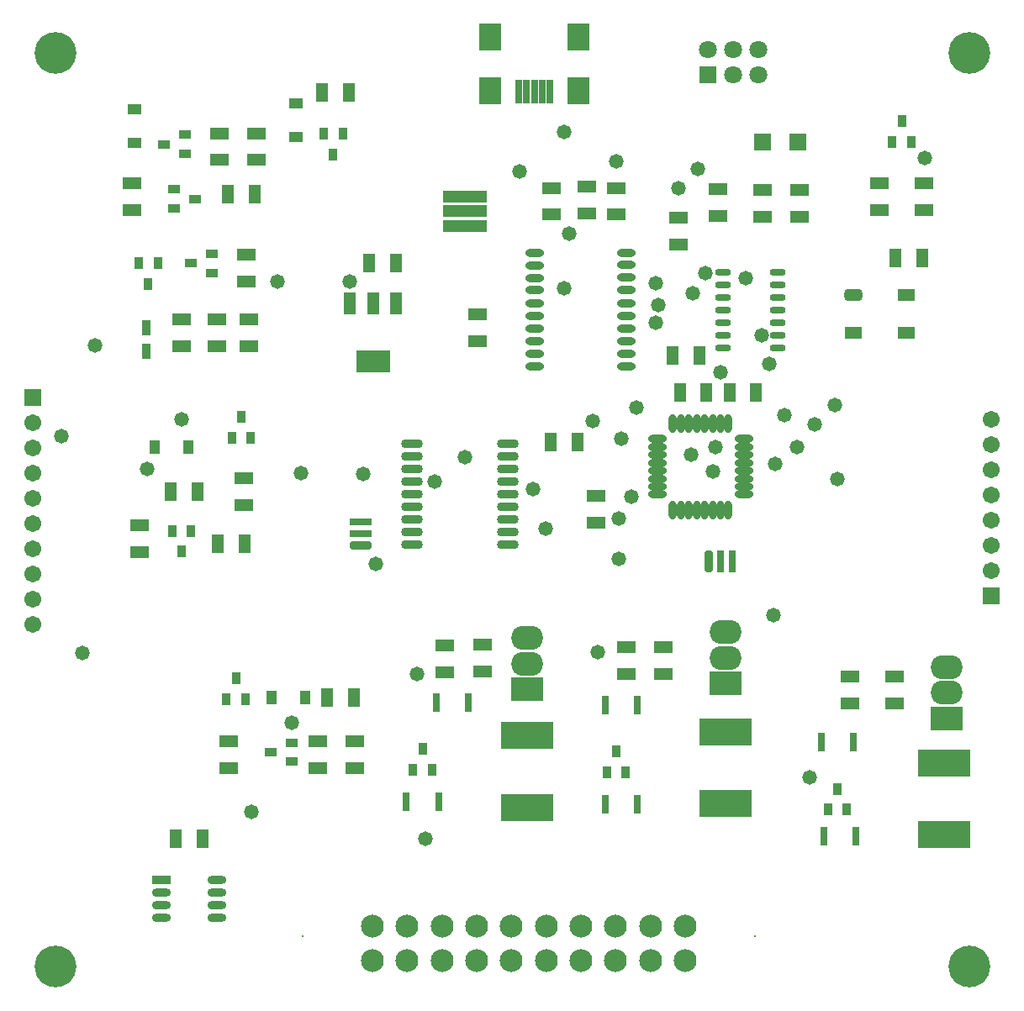
<source format=gts>
G04*
G04 #@! TF.GenerationSoftware,Altium Limited,Altium Designer,18.0.11 (651)*
G04*
G04 Layer_Color=8388736*
%FSLAX25Y25*%
%MOIN*%
G70*
G01*
G75*
%ADD44R,0.07493X0.05131*%
%ADD45R,0.02769X0.09658*%
%ADD46R,0.08674X0.10642*%
%ADD47R,0.08674X0.10642*%
%ADD48O,0.07493X0.03162*%
%ADD49R,0.04343X0.05524*%
%ADD50R,0.05131X0.07493*%
%ADD51R,0.04737X0.03556*%
%ADD52R,0.03556X0.04737*%
%ADD53O,0.06312X0.02965*%
%ADD54R,0.05524X0.04343*%
%ADD55R,0.08674X0.03162*%
G04:AMPARAMS|DCode=56|XSize=31.62mil|YSize=86.74mil|CornerRadius=9.91mil|HoleSize=0mil|Usage=FLASHONLY|Rotation=90.000|XOffset=0mil|YOffset=0mil|HoleType=Round|Shape=RoundedRectangle|*
%AMROUNDEDRECTD56*
21,1,0.03162,0.06693,0,0,90.0*
21,1,0.01181,0.08674,0,0,90.0*
1,1,0.01981,0.03347,0.00591*
1,1,0.01981,0.03347,-0.00591*
1,1,0.01981,-0.03347,-0.00591*
1,1,0.01981,-0.03347,0.00591*
%
%ADD56ROUNDEDRECTD56*%
%ADD57O,0.07493X0.03359*%
%ADD58R,0.07493X0.03359*%
%ADD59R,0.03359X0.06115*%
%ADD60O,0.03162X0.07493*%
%ADD61R,0.03162X0.07690*%
%ADD62R,0.20800X0.10642*%
%ADD63R,0.17729X0.04737*%
%ADD64R,0.13595X0.08871*%
%ADD65R,0.04737X0.08871*%
%ADD66R,0.06706X0.06706*%
%ADD67O,0.08674X0.03556*%
%ADD68R,0.07099X0.04737*%
G04:AMPARAMS|DCode=69|XSize=47.37mil|YSize=70.99mil|CornerRadius=13.84mil|HoleSize=0mil|Usage=FLASHONLY|Rotation=90.000|XOffset=0mil|YOffset=0mil|HoleType=Round|Shape=RoundedRectangle|*
%AMROUNDEDRECTD69*
21,1,0.04737,0.04331,0,0,90.0*
21,1,0.01968,0.07099,0,0,90.0*
1,1,0.02769,0.02165,0.00984*
1,1,0.02769,0.02165,-0.00984*
1,1,0.02769,-0.02165,-0.00984*
1,1,0.02769,-0.02165,0.00984*
%
%ADD69ROUNDEDRECTD69*%
G04:AMPARAMS|DCode=70|XSize=31.62mil|YSize=86.74mil|CornerRadius=9.91mil|HoleSize=0mil|Usage=FLASHONLY|Rotation=0.000|XOffset=0mil|YOffset=0mil|HoleType=Round|Shape=RoundedRectangle|*
%AMROUNDEDRECTD70*
21,1,0.03162,0.06693,0,0,0.0*
21,1,0.01181,0.08674,0,0,0.0*
1,1,0.01981,0.00591,-0.03347*
1,1,0.01981,-0.00591,-0.03347*
1,1,0.01981,-0.00591,0.03347*
1,1,0.01981,0.00591,0.03347*
%
%ADD70ROUNDEDRECTD70*%
%ADD71R,0.03162X0.08674*%
%ADD72R,0.06706X0.06706*%
%ADD73C,0.06706*%
%ADD74C,0.00800*%
%ADD75C,0.09068*%
%ADD76O,0.12611X0.09658*%
%ADD77R,0.12611X0.09658*%
%ADD78R,0.07099X0.07099*%
%ADD79C,0.07099*%
%ADD80C,0.05800*%
%ADD81C,0.16548*%
D44*
X560039Y626378D02*
D03*
Y615748D02*
D03*
X334252Y404823D02*
D03*
Y394193D02*
D03*
X319685Y404823D02*
D03*
Y394193D02*
D03*
X284449Y404921D02*
D03*
Y394291D02*
D03*
X382874Y574213D02*
D03*
Y563583D02*
D03*
X412402Y613779D02*
D03*
Y624409D02*
D03*
X295276Y646063D02*
D03*
Y635433D02*
D03*
X280512D02*
D03*
Y646063D02*
D03*
X265748Y561614D02*
D03*
Y572244D02*
D03*
X279528Y561614D02*
D03*
Y572244D02*
D03*
X292323D02*
D03*
Y561614D02*
D03*
X291339Y597835D02*
D03*
Y587205D02*
D03*
X456693Y442323D02*
D03*
Y431693D02*
D03*
X441929D02*
D03*
Y442323D02*
D03*
X370079Y432283D02*
D03*
Y442913D02*
D03*
X384842Y443307D02*
D03*
Y432677D02*
D03*
X530512Y419882D02*
D03*
Y430512D02*
D03*
X548228D02*
D03*
Y419882D02*
D03*
X542323Y626378D02*
D03*
Y615748D02*
D03*
X437992Y613779D02*
D03*
Y624409D02*
D03*
X426181Y614370D02*
D03*
Y625000D02*
D03*
X478346Y624016D02*
D03*
Y613386D02*
D03*
X462598Y601968D02*
D03*
Y612598D02*
D03*
X510827Y623425D02*
D03*
Y612795D02*
D03*
X249016Y490551D02*
D03*
Y479921D02*
D03*
X290354Y498622D02*
D03*
Y509252D02*
D03*
X246063Y626378D02*
D03*
Y615748D02*
D03*
X496063Y612795D02*
D03*
Y623425D02*
D03*
X430020Y491634D02*
D03*
Y502264D02*
D03*
D45*
X399213Y662598D02*
D03*
X402362D02*
D03*
X405512D02*
D03*
X408661D02*
D03*
X411811D02*
D03*
D46*
X387992Y684252D02*
D03*
X423032D02*
D03*
D47*
X387992Y662992D02*
D03*
X423032D02*
D03*
D48*
X405807Y553543D02*
D03*
Y558563D02*
D03*
Y563484D02*
D03*
Y568602D02*
D03*
Y573622D02*
D03*
Y578642D02*
D03*
Y583760D02*
D03*
X405787Y588701D02*
D03*
Y593661D02*
D03*
X405807Y598622D02*
D03*
X441929Y598721D02*
D03*
X441949Y593760D02*
D03*
Y588799D02*
D03*
X441929Y583858D02*
D03*
Y578740D02*
D03*
Y573721D02*
D03*
Y568701D02*
D03*
Y563583D02*
D03*
Y558661D02*
D03*
Y553642D02*
D03*
X488583Y502756D02*
D03*
Y505905D02*
D03*
Y509055D02*
D03*
Y512205D02*
D03*
Y515354D02*
D03*
Y518504D02*
D03*
Y521654D02*
D03*
Y524803D02*
D03*
X454331D02*
D03*
Y521654D02*
D03*
Y518504D02*
D03*
Y515354D02*
D03*
Y512205D02*
D03*
Y509055D02*
D03*
Y505905D02*
D03*
Y502756D02*
D03*
D49*
X301181Y422244D02*
D03*
X314567D02*
D03*
X268307Y521654D02*
D03*
X254921D02*
D03*
D50*
X334055Y422146D02*
D03*
X323425D02*
D03*
X493504Y543307D02*
D03*
X482874D02*
D03*
X473819D02*
D03*
X463189D02*
D03*
X460236Y558071D02*
D03*
X470866D02*
D03*
X294685Y622047D02*
D03*
X284055D02*
D03*
X290748Y483268D02*
D03*
X280118D02*
D03*
X559449Y596457D02*
D03*
X548819D02*
D03*
X332087Y662402D02*
D03*
X321457D02*
D03*
X263386Y366142D02*
D03*
X274016D02*
D03*
X272047Y503937D02*
D03*
X261417D02*
D03*
X340158Y594488D02*
D03*
X350787D02*
D03*
X412008Y523622D02*
D03*
X422638D02*
D03*
D51*
X300984Y400591D02*
D03*
X309252Y404331D02*
D03*
Y396850D02*
D03*
X269488Y594488D02*
D03*
X277756Y598228D02*
D03*
Y590748D02*
D03*
X266929Y637992D02*
D03*
Y645472D02*
D03*
X258661Y641732D02*
D03*
X262598Y623819D02*
D03*
Y616339D02*
D03*
X270866Y620079D02*
D03*
D52*
X287205Y429921D02*
D03*
X290945Y421654D02*
D03*
X283465D02*
D03*
X285630Y525394D02*
D03*
X293110D02*
D03*
X289370Y533661D02*
D03*
X525591Y386024D02*
D03*
X529331Y377756D02*
D03*
X521850D02*
D03*
X361221Y401772D02*
D03*
X364961Y393504D02*
D03*
X357480D02*
D03*
X547441Y642520D02*
D03*
X554921D02*
D03*
X551181Y650787D02*
D03*
X329528Y645866D02*
D03*
X322047D02*
D03*
X325787Y637598D02*
D03*
X434252Y392520D02*
D03*
X441732D02*
D03*
X437992Y400787D02*
D03*
X269488Y488386D02*
D03*
X262008D02*
D03*
X265748Y480118D02*
D03*
X256201Y594685D02*
D03*
X248721D02*
D03*
X252461Y586417D02*
D03*
D53*
X501968Y561024D02*
D03*
Y566024D02*
D03*
Y571024D02*
D03*
Y576024D02*
D03*
Y581024D02*
D03*
Y586024D02*
D03*
Y591024D02*
D03*
X480315Y561024D02*
D03*
Y566024D02*
D03*
Y571024D02*
D03*
Y576024D02*
D03*
Y581024D02*
D03*
Y586024D02*
D03*
Y591024D02*
D03*
D54*
X311024Y658071D02*
D03*
Y644685D02*
D03*
X247047Y655512D02*
D03*
Y642126D02*
D03*
D55*
X336614Y491929D02*
D03*
Y487205D02*
D03*
D56*
Y482480D02*
D03*
D57*
X279724Y335020D02*
D03*
Y340020D02*
D03*
Y345020D02*
D03*
Y350020D02*
D03*
X257677Y335020D02*
D03*
Y340020D02*
D03*
Y345020D02*
D03*
D58*
Y350020D02*
D03*
D59*
X251673Y568898D02*
D03*
Y559449D02*
D03*
D60*
X460433Y496654D02*
D03*
X463583D02*
D03*
X466732D02*
D03*
X469882D02*
D03*
X473032D02*
D03*
X476181D02*
D03*
X479331D02*
D03*
X482480D02*
D03*
Y530905D02*
D03*
X479331D02*
D03*
X476181D02*
D03*
X473032D02*
D03*
X469882D02*
D03*
X466732D02*
D03*
X463583D02*
D03*
X460433D02*
D03*
D61*
X433563Y379921D02*
D03*
X446358D02*
D03*
X433563Y419291D02*
D03*
X446358D02*
D03*
X520177Y367126D02*
D03*
X532972D02*
D03*
X354823Y380906D02*
D03*
X367618D02*
D03*
X379429Y420276D02*
D03*
X366634D02*
D03*
X531988Y404528D02*
D03*
X519193D02*
D03*
D62*
X481299Y380118D02*
D03*
Y408465D02*
D03*
X567913Y367913D02*
D03*
Y396260D02*
D03*
X402559Y378740D02*
D03*
Y407087D02*
D03*
D63*
X377953Y609252D02*
D03*
Y615158D02*
D03*
Y621063D02*
D03*
D64*
X341535Y555709D02*
D03*
D65*
X332480Y578445D02*
D03*
X341535D02*
D03*
X350590D02*
D03*
D66*
X509842Y642717D02*
D03*
X496063D02*
D03*
D67*
X357087Y522953D02*
D03*
Y517953D02*
D03*
Y512953D02*
D03*
Y507953D02*
D03*
Y502953D02*
D03*
Y497953D02*
D03*
Y492953D02*
D03*
Y487953D02*
D03*
Y482953D02*
D03*
X394882Y522953D02*
D03*
Y517953D02*
D03*
Y512953D02*
D03*
Y507953D02*
D03*
Y502953D02*
D03*
Y497953D02*
D03*
Y492953D02*
D03*
Y487953D02*
D03*
Y482953D02*
D03*
D68*
X531890Y566929D02*
D03*
X553150D02*
D03*
Y581890D02*
D03*
D69*
X531890D02*
D03*
D70*
X474606Y476378D02*
D03*
D71*
X479331D02*
D03*
X484055D02*
D03*
D72*
X586614Y462598D02*
D03*
X206693Y541339D02*
D03*
D73*
X586614Y472598D02*
D03*
Y482598D02*
D03*
Y492598D02*
D03*
Y502598D02*
D03*
Y512598D02*
D03*
Y522598D02*
D03*
Y532598D02*
D03*
X206693Y521339D02*
D03*
Y451339D02*
D03*
Y461339D02*
D03*
Y471339D02*
D03*
Y481339D02*
D03*
Y491339D02*
D03*
Y501339D02*
D03*
Y511339D02*
D03*
Y531339D02*
D03*
D74*
X492913Y327559D02*
D03*
X313779D02*
D03*
D75*
X465354Y317874D02*
D03*
X451575D02*
D03*
X437795D02*
D03*
X424016D02*
D03*
X410236D02*
D03*
X396457D02*
D03*
X382677D02*
D03*
X368898D02*
D03*
X355118D02*
D03*
X341339D02*
D03*
Y331653D02*
D03*
X465354D02*
D03*
X451575D02*
D03*
X437795D02*
D03*
X424016D02*
D03*
X410236D02*
D03*
X396457D02*
D03*
X382677D02*
D03*
X368898D02*
D03*
X355118D02*
D03*
D76*
X481299Y448189D02*
D03*
Y437992D02*
D03*
X402559Y445866D02*
D03*
Y435669D02*
D03*
X568898Y434410D02*
D03*
Y424213D02*
D03*
D77*
X481299Y427795D02*
D03*
X402559Y425472D02*
D03*
X568898Y414016D02*
D03*
D78*
X474252Y669134D02*
D03*
D79*
X484252D02*
D03*
X494252D02*
D03*
Y679134D02*
D03*
X484252D02*
D03*
X474252D02*
D03*
D80*
X312992Y511319D02*
D03*
X560236Y636319D02*
D03*
X218012Y526083D02*
D03*
X358858Y431595D02*
D03*
X410039Y489272D02*
D03*
X430807Y440158D02*
D03*
X500394Y454823D02*
D03*
X404921Y505020D02*
D03*
X440158Y524902D02*
D03*
X428543Y531791D02*
D03*
X479429Y551279D02*
D03*
X504528Y534350D02*
D03*
X509744Y521654D02*
D03*
X495571Y566043D02*
D03*
X498622Y554528D02*
D03*
X293307Y376969D02*
D03*
X438976Y477362D02*
D03*
X514764Y390748D02*
D03*
X525591Y508858D02*
D03*
X366142Y507874D02*
D03*
X251969Y512795D02*
D03*
X443898Y501968D02*
D03*
X438976Y493110D02*
D03*
X500984Y514764D02*
D03*
X476377Y511810D02*
D03*
X467519Y518700D02*
D03*
X377953Y517717D02*
D03*
X445866Y537402D02*
D03*
X516732Y530512D02*
D03*
X477362Y521654D02*
D03*
X489173Y588583D02*
D03*
X470472Y631890D02*
D03*
X524606Y538386D02*
D03*
X362205Y366142D02*
D03*
X342520Y475394D02*
D03*
X309252Y412205D02*
D03*
X226378Y439961D02*
D03*
X417323Y584646D02*
D03*
X419291Y606299D02*
D03*
X468504Y582677D02*
D03*
X473425Y590551D02*
D03*
X453740Y570866D02*
D03*
X454724Y577756D02*
D03*
X453740Y586614D02*
D03*
X303543Y587205D02*
D03*
X332480Y587402D02*
D03*
X437992Y634842D02*
D03*
X417323Y646654D02*
D03*
X399606Y630905D02*
D03*
X462598Y624409D02*
D03*
X231299Y562008D02*
D03*
X265748Y532480D02*
D03*
X337598Y510827D02*
D03*
D81*
X215748Y677953D02*
D03*
X577953D02*
D03*
Y315748D02*
D03*
X215748D02*
D03*
M02*

</source>
